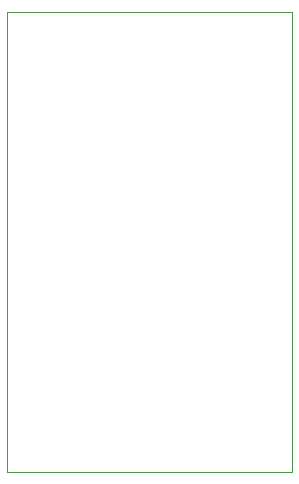
<source format=gbr>
G04 #@! TF.GenerationSoftware,KiCad,Pcbnew,(5.1.5)-3*
G04 #@! TF.CreationDate,2019-12-30T23:18:51-05:00*
G04 #@! TF.ProjectId,Quad_Diff_Out,51756164-5f44-4696-9666-5f4f75742e6b,v3*
G04 #@! TF.SameCoordinates,Original*
G04 #@! TF.FileFunction,Profile,NP*
%FSLAX46Y46*%
G04 Gerber Fmt 4.6, Leading zero omitted, Abs format (unit mm)*
G04 Created by KiCad (PCBNEW (5.1.5)-3) date 2019-12-30 23:18:51*
%MOMM*%
%LPD*%
G04 APERTURE LIST*
%ADD10C,0.050000*%
G04 APERTURE END LIST*
D10*
X138900000Y-108000000D02*
X163000000Y-108000000D01*
X138900000Y-69000000D02*
X138900000Y-108000000D01*
X163000000Y-69000000D02*
X138900000Y-69000000D01*
X163000000Y-108000000D02*
X163000000Y-69000000D01*
M02*

</source>
